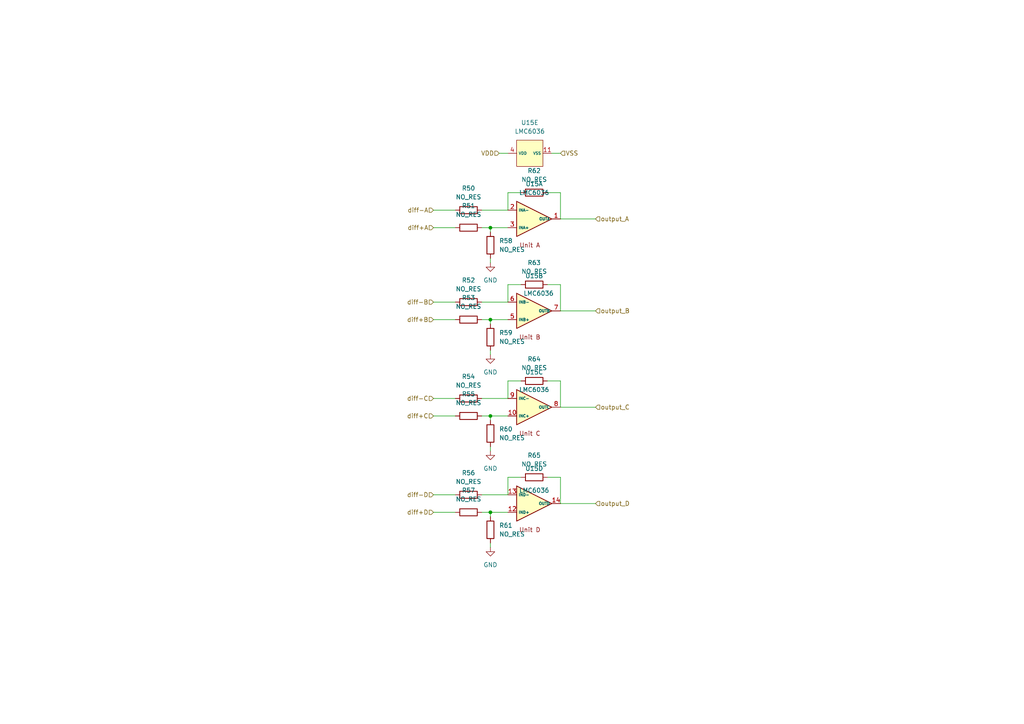
<source format=kicad_sch>
(kicad_sch (version 20211123) (generator eeschema)
  (paper "A4")
  (lib_symbols
    (symbol "Device:R" (pin_numbers hide) (pin_names (offset 0))
      (property "Reference" "R" (at 2.032 0 90))
      (property "Value" "R" (at 0 0 90))
      (symbol "R_0_1"
        (rectangle (start -1.016 -2.54) (end 1.016 2.54) (stroke (width 0.254)))
      )
      (symbol "R_1_1"
        (pin passive line (at 0 3.81 270) (length 1.27) (name "~") (number "1"))
        (pin passive line (at 0 -3.81 90) (length 1.27) (name "~") (number "2"))
      )
    )
    (symbol "LMC6036_custom:LMC6036"
      (property "Reference" "U" (at 1.905 0 0))
      (property "Value" "LMC6036" (at -11.43 0 0))
      (symbol "LMC6036_1_1"
        (polyline (pts (xy -3.81 5.08) (xy 6.35 0) (xy -3.81 -5.08) (xy -3.81 5.08)) (stroke (width 0.254)) (fill (type background)))
        (text "Unit A" (at 0 -7.62 0) (effects (font (size 1.27 1.27))))
        (pin output line (at 8.89 0 180) (length 2.54) (name "OUTA") (number "1"))
        (pin input line (at -6.35 2.54 0) (length 2.54) (name "INA-") (number "2"))
        (pin input line (at -6.35 -2.54 0) (length 2.54) (name "INA+") (number "3"))
      )
      (symbol "LMC6036_2_1"
        (polyline (pts (xy -3.81 5.08) (xy 6.35 0) (xy -3.81 -5.08) (xy -3.81 5.08)) (stroke (width 0.254)) (fill (type background)))
        (text "Unit B" (at 0 -7.62 0) (effects (font (size 1.27 1.27))))
        (pin input line (at -6.35 -2.54 0) (length 2.54) (name "INB+") (number "5"))
        (pin input line (at -6.35 2.54 0) (length 2.54) (name "INB-") (number "6"))
        (pin output line (at 8.89 0 180) (length 2.54) (name "OUTB") (number "7"))
      )
      (symbol "LMC6036_3_1"
        (polyline (pts (xy -3.81 5.08) (xy 6.35 0) (xy -3.81 -5.08) (xy -3.81 5.08)) (stroke (width 0.254)) (fill (type background)))
        (text "Unit C" (at 0 -7.62 0) (effects (font (size 1.27 1.27))))
        (pin input line (at -6.35 -2.54 0) (length 2.54) (name "INC+") (number "10"))
        (pin output line (at 8.89 0 180) (length 2.54) (name "OUTC") (number "8"))
        (pin input line (at -6.35 2.54 0) (length 2.54) (name "INC-") (number "9"))
      )
      (symbol "LMC6036_4_1"
        (polyline (pts (xy -3.81 5.08) (xy 6.35 0) (xy -3.81 -5.08) (xy -3.81 5.08)) (stroke (width 0.254)) (fill (type background)))
        (text "Unit D" (at 0 -7.62 0) (effects (font (size 1.27 1.27))))
        (pin input line (at -6.35 -2.54 0) (length 2.54) (name "IND+") (number "12"))
        (pin input line (at -6.35 2.54 0) (length 2.54) (name "IND-") (number "13"))
        (pin output line (at 8.89 0 180) (length 2.54) (name "OUTD") (number "14"))
      )
      (symbol "LMC6036_5_1"
        (rectangle (start -3.81 3.81) (end 3.81 -3.81) (stroke (width 0.1524)) (fill (type background)))
        (pin power_in line (at 0 -6.35 90) (length 2.54) (name "VSS") (number "11"))
        (pin power_in line (at 0 6.35 270) (length 2.54) (name "VDD") (number "4"))
      )
    )
    (symbol "power:GND" (power) (pin_names (offset 0))
      (property "Value" "GND" (at 0 -3.81 0))
      (symbol "GND_0_1"
        (polyline (pts (xy 0 0) (xy 0 -1.27) (xy 1.27 -1.27) (xy 0 -2.54) (xy -1.27 -1.27) (xy 0 -1.27)))
      )
      (symbol "GND_1_1"
        (pin power_in line (at 0 0 270) (length 0) hide (name "GND") (number "1"))
      )
    )
  )
  (junction (at 142.24 66.04))
  (junction (at 142.24 92.71))
  (junction (at 142.24 148.59))
  (junction (at 142.24 120.65))
  (wire (pts (xy 162.56 90.17) (xy 172.72 90.17)))
  (wire (pts (xy 147.32 138.43) (xy 151.13 138.43)))
  (wire (pts (xy 139.7 87.63) (xy 147.32 87.63)))
  (wire (pts (xy 142.24 74.93) (xy 142.24 76.2)))
  (wire (pts (xy 162.56 138.43) (xy 162.56 146.05)))
  (wire (pts (xy 160.02 44.45) (xy 162.56 44.45)))
  (wire (pts (xy 125.73 143.51) (xy 132.08 143.51)))
  (wire (pts (xy 125.73 66.04) (xy 132.08 66.04)))
  (wire (pts (xy 162.56 55.88) (xy 162.56 63.5)))
  (wire (pts (xy 142.24 148.59) (xy 142.24 149.86)))
  (wire (pts (xy 147.32 55.88) (xy 147.32 60.96)))
  (wire (pts (xy 158.75 55.88) (xy 162.56 55.88)))
  (wire (pts (xy 142.24 148.59) (xy 147.32 148.59)))
  (wire (pts (xy 158.75 110.49) (xy 162.56 110.49)))
  (wire (pts (xy 147.32 82.55) (xy 151.13 82.55)))
  (wire (pts (xy 139.7 92.71) (xy 142.24 92.71)))
  (wire (pts (xy 139.7 66.04) (xy 142.24 66.04)))
  (wire (pts (xy 139.7 148.59) (xy 142.24 148.59)))
  (wire (pts (xy 142.24 92.71) (xy 142.24 93.98)))
  (wire (pts (xy 125.73 120.65) (xy 132.08 120.65)))
  (wire (pts (xy 125.73 87.63) (xy 132.08 87.63)))
  (wire (pts (xy 158.75 138.43) (xy 162.56 138.43)))
  (wire (pts (xy 147.32 55.88) (xy 151.13 55.88)))
  (wire (pts (xy 162.56 118.11) (xy 172.72 118.11)))
  (wire (pts (xy 125.73 60.96) (xy 132.08 60.96)))
  (wire (pts (xy 142.24 66.04) (xy 142.24 67.31)))
  (wire (pts (xy 142.24 157.48) (xy 142.24 158.75)))
  (wire (pts (xy 139.7 143.51) (xy 147.32 143.51)))
  (wire (pts (xy 142.24 66.04) (xy 147.32 66.04)))
  (wire (pts (xy 139.7 120.65) (xy 142.24 120.65)))
  (wire (pts (xy 142.24 129.54) (xy 142.24 130.81)))
  (wire (pts (xy 125.73 115.57) (xy 132.08 115.57)))
  (wire (pts (xy 147.32 138.43) (xy 147.32 143.51)))
  (wire (pts (xy 142.24 120.65) (xy 142.24 121.92)))
  (wire (pts (xy 162.56 63.5) (xy 172.72 63.5)))
  (wire (pts (xy 158.75 82.55) (xy 162.56 82.55)))
  (wire (pts (xy 142.24 101.6) (xy 142.24 102.87)))
  (wire (pts (xy 162.56 146.05) (xy 172.72 146.05)))
  (wire (pts (xy 147.32 110.49) (xy 151.13 110.49)))
  (wire (pts (xy 142.24 120.65) (xy 147.32 120.65)))
  (wire (pts (xy 144.78 44.45) (xy 147.32 44.45)))
  (wire (pts (xy 162.56 82.55) (xy 162.56 90.17)))
  (wire (pts (xy 147.32 110.49) (xy 147.32 115.57)))
  (wire (pts (xy 125.73 148.59) (xy 132.08 148.59)))
  (wire (pts (xy 147.32 82.55) (xy 147.32 87.63)))
  (wire (pts (xy 142.24 92.71) (xy 147.32 92.71)))
  (wire (pts (xy 139.7 60.96) (xy 147.32 60.96)))
  (wire (pts (xy 125.73 92.71) (xy 132.08 92.71)))
  (wire (pts (xy 162.56 110.49) (xy 162.56 118.11)))
  (wire (pts (xy 139.7 115.57) (xy 147.32 115.57)))
  (hierarchical_label "VDD" (shape input) (at 144.78 44.45 180))
  (hierarchical_label "diff+C" (shape input) (at 125.73 120.65 180))
  (hierarchical_label "VSS" (shape input) (at 162.56 44.45 0))
  (hierarchical_label "output_B" (shape input) (at 172.72 90.17 0))
  (hierarchical_label "diff-C" (shape input) (at 125.73 115.57 180))
  (hierarchical_label "diff+A" (shape input) (at 125.73 66.04 180))
  (hierarchical_label "diff-B" (shape input) (at 125.73 87.63 180))
  (hierarchical_label "output_C" (shape input) (at 172.72 118.11 0))
  (hierarchical_label "diff-D" (shape input) (at 125.73 143.51 180))
  (hierarchical_label "diff+D" (shape input) (at 125.73 148.59 180))
  (hierarchical_label "diff+B" (shape input) (at 125.73 92.71 180))
  (hierarchical_label "diff-A" (shape input) (at 125.73 60.96 180))
  (hierarchical_label "output_A" (shape input) (at 172.72 63.5 0))
  (hierarchical_label "output_D" (shape input) (at 172.72 146.05 0))
  (symbol (lib_id "LMC6036_custom:LMC6036") (at 153.67 63.5 0) (unit 1)
    (property "Reference" "U15" (at 154.94 53.34 0))
    (property "Value" "LMC6036" (at 154.94 55.88 0))
    (property "Footprint" "LMC6036:SOP65P640X120-14N" (effects hide))
  )
  (symbol (lib_id "Device:R") (at 154.94 55.88 270) (unit 1)
    (property "Reference" "R62" (at 154.94 49.53 90))
    (property "Value" "NO_RES" (at 154.94 52.07 90))
    (property "Footprint" "Resistor_SMD:R_0603_1608Metric" (effects hide))
  )
  (symbol (lib_id "Device:R") (at 135.89 87.63 270) (unit 1)
    (property "Reference" "R52" (at 135.89 81.28 90))
    (property "Value" "NO_RES" (at 135.89 83.82 90))
    (property "Footprint" "Resistor_SMD:R_0603_1608Metric" (effects hide))
  )
  (symbol (lib_id "LMC6036_custom:LMC6036") (at 153.67 146.05 0) (unit 4)
    (property "Reference" "U15" (at 154.94 135.89 0))
    (property "Value" "LMC6036" (at 154.94 142.24 0))
    (property "Footprint" "LMC6036:SOP65P640X120-14N" (effects hide))
  )
  (symbol (lib_id "power:GND") (at 142.24 76.2 0) (unit 1)
    (property "Reference" "#PWR0115" (effects hide))
    (property "Value" "GND" (at 142.24 81.28 0))
  )
  (symbol (lib_id "LMC6036_custom:LMC6036") (at 153.67 118.11 0) (unit 3)
    (property "Reference" "U15" (at 154.94 107.95 0))
    (property "Value" "LMC6036" (at 154.94 113.03 0))
    (property "Footprint" "LMC6036:SOP65P640X120-14N" (effects hide))
  )
  (symbol (lib_id "Device:R") (at 135.89 143.51 270) (unit 1)
    (property "Reference" "R56" (at 135.89 137.16 90))
    (property "Value" "NO_RES" (at 135.89 139.7 90))
    (property "Footprint" "Resistor_SMD:R_0603_1608Metric" (effects hide))
  )
  (symbol (lib_id "Device:R") (at 142.24 97.79 0) (unit 1)
    (property "Reference" "R59" (at 144.78 96.5199 0) (effects (justify left)))
    (property "Value" "NO_RES" (at 144.78 99.0599 0) (effects (justify left)))
    (property "Footprint" "Resistor_SMD:R_0603_1608Metric" (effects hide))
  )
  (symbol (lib_id "power:GND") (at 142.24 102.87 0) (unit 1)
    (property "Reference" "#PWR0116" (effects hide))
    (property "Value" "GND" (at 142.24 107.95 0))
  )
  (symbol (lib_id "power:GND") (at 142.24 158.75 0) (unit 1)
    (property "Reference" "#PWR0118" (effects hide))
    (property "Value" "GND" (at 142.24 163.83 0))
  )
  (symbol (lib_id "Device:R") (at 142.24 71.12 0) (unit 1)
    (property "Reference" "R58" (at 144.78 69.8499 0) (effects (justify left)))
    (property "Value" "NO_RES" (at 144.78 72.3899 0) (effects (justify left)))
    (property "Footprint" "Resistor_SMD:R_0603_1608Metric" (effects hide))
  )
  (symbol (lib_id "Device:R") (at 135.89 66.04 270) (unit 1)
    (property "Reference" "R51" (at 135.89 59.69 90))
    (property "Value" "NO_RES" (at 135.89 62.23 90))
    (property "Footprint" "Resistor_SMD:R_0603_1608Metric" (effects hide))
  )
  (symbol (lib_id "LMC6036_custom:LMC6036") (at 153.67 90.17 0) (unit 2)
    (property "Reference" "U15" (at 154.94 80.01 0))
    (property "Value" "LMC6036" (at 156.21 85.09 0))
    (property "Footprint" "LMC6036:SOP65P640X120-14N" (effects hide))
  )
  (symbol (lib_id "Device:R") (at 154.94 110.49 270) (unit 1)
    (property "Reference" "R64" (at 154.94 104.14 90))
    (property "Value" "NO_RES" (at 154.94 106.68 90))
    (property "Footprint" "Resistor_SMD:R_0603_1608Metric" (effects hide))
  )
  (symbol (lib_id "Device:R") (at 142.24 125.73 0) (unit 1)
    (property "Reference" "R60" (at 144.78 124.4599 0) (effects (justify left)))
    (property "Value" "NO_RES" (at 144.78 126.9999 0) (effects (justify left)))
    (property "Footprint" "Resistor_SMD:R_0603_1608Metric" (effects hide))
  )
  (symbol (lib_id "Device:R") (at 135.89 92.71 270) (unit 1)
    (property "Reference" "R53" (at 135.89 86.36 90))
    (property "Value" "NO_RES" (at 135.89 88.9 90))
    (property "Footprint" "Resistor_SMD:R_0603_1608Metric" (effects hide))
  )
  (symbol (lib_id "LMC6036_custom:LMC6036") (at 153.67 44.45 90) (unit 5)
    (property "Reference" "U15" (at 153.67 35.56 90))
    (property "Value" "LMC6036" (at 153.67 38.1 90))
    (property "Footprint" "LMC6036:SOP65P640X120-14N" (effects hide))
  )
  (symbol (lib_id "Device:R") (at 135.89 115.57 270) (unit 1)
    (property "Reference" "R54" (at 135.89 109.22 90))
    (property "Value" "NO_RES" (at 135.89 111.76 90))
    (property "Footprint" "Resistor_SMD:R_0603_1608Metric" (effects hide))
  )
  (symbol (lib_id "power:GND") (at 142.24 130.81 0) (unit 1)
    (property "Reference" "#PWR0117" (effects hide))
    (property "Value" "GND" (at 142.24 135.89 0))
  )
  (symbol (lib_id "Device:R") (at 142.24 153.67 0) (unit 1)
    (property "Reference" "R61" (at 144.78 152.3999 0) (effects (justify left)))
    (property "Value" "NO_RES" (at 144.78 154.9399 0) (effects (justify left)))
    (property "Footprint" "Resistor_SMD:R_0603_1608Metric" (effects hide))
  )
  (symbol (lib_id "Device:R") (at 154.94 82.55 270) (unit 1)
    (property "Reference" "R63" (at 154.94 76.2 90))
    (property "Value" "NO_RES" (at 154.94 78.74 90))
    (property "Footprint" "Resistor_SMD:R_0603_1608Metric" (effects hide))
  )
  (symbol (lib_id "Device:R") (at 154.94 138.43 270) (unit 1)
    (property "Reference" "R65" (at 154.94 132.08 90))
    (property "Value" "NO_RES" (at 154.94 134.62 90))
    (property "Footprint" "Resistor_SMD:R_0603_1608Metric" (effects hide))
  )
  (symbol (lib_id "Device:R") (at 135.89 60.96 270) (unit 1)
    (property "Reference" "R50" (at 135.89 54.61 90))
    (property "Value" "NO_RES" (at 135.89 57.15 90))
    (property "Footprint" "Resistor_SMD:R_0603_1608Metric" (effects hide))
  )
  (symbol (lib_id "Device:R") (at 135.89 148.59 270) (unit 1)
    (property "Reference" "R57" (at 135.89 142.24 90))
    (property "Value" "NO_RES" (at 135.89 144.78 90))
    (property "Footprint" "Resistor_SMD:R_0603_1608Metric" (effects hide))
  )
  (symbol (lib_id "Device:R") (at 135.89 120.65 270) (unit 1)
    (property "Reference" "R55" (at 135.89 114.3 90))
    (property "Value" "NO_RES" (at 135.89 116.84 90))
    (property "Footprint" "Resistor_SMD:R_0603_1608Metric" (effects hide))
  )
)
</source>
